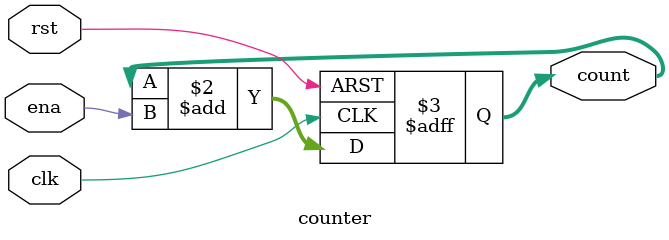
<source format=v>
module top (clk, rst, x, count, valid, assume);

	input clk, rst, x;

	output [7:0] count;

	output valid, assume;

	wire ena;

	assign ena = x == ^count;

	assign valid = (count != 25);

	assign assume = (count < 50);

	counter u1 (clk, rst, ena, count);

endmodule

module counter (clk, rst, ena, count);

	input clk, rst, ena;

	output [7:0] count;

	reg [7:0] count;

	always @(posedge rst or posedge clk) begin

		if (rst) begin

			count <= 0;

		end else begin

			count <= count + ena;

		end

	end

endmodule

</source>
